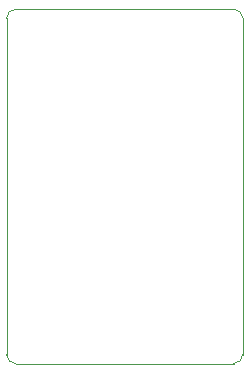
<source format=gbr>
%TF.GenerationSoftware,KiCad,Pcbnew,6.0.10-86aedd382b~118~ubuntu22.04.1*%
%TF.CreationDate,2023-02-07T19:31:44+01:00*%
%TF.ProjectId,connectorBoard,636f6e6e-6563-4746-9f72-426f6172642e,rev?*%
%TF.SameCoordinates,Original*%
%TF.FileFunction,Profile,NP*%
%FSLAX46Y46*%
G04 Gerber Fmt 4.6, Leading zero omitted, Abs format (unit mm)*
G04 Created by KiCad (PCBNEW 6.0.10-86aedd382b~118~ubuntu22.04.1) date 2023-02-07 19:31:44*
%MOMM*%
%LPD*%
G01*
G04 APERTURE LIST*
%TA.AperFunction,Profile*%
%ADD10C,0.100000*%
%TD*%
G04 APERTURE END LIST*
D10*
X200594000Y-110010000D02*
X182118000Y-110010000D01*
X181356000Y-109248000D02*
X181356000Y-80772000D01*
X181356000Y-109248000D02*
G75*
G03*
X182118000Y-110010000I762000J0D01*
G01*
X182118000Y-80010000D02*
G75*
G03*
X181356000Y-80772000I0J-762000D01*
G01*
X201356000Y-80772000D02*
X201356000Y-109248000D01*
X200594000Y-110010000D02*
G75*
G03*
X201356000Y-109248000I0J762000D01*
G01*
X201356000Y-80772000D02*
G75*
G03*
X200594000Y-80010000I-762000J0D01*
G01*
X182118000Y-80010000D02*
X200594000Y-80010000D01*
M02*

</source>
